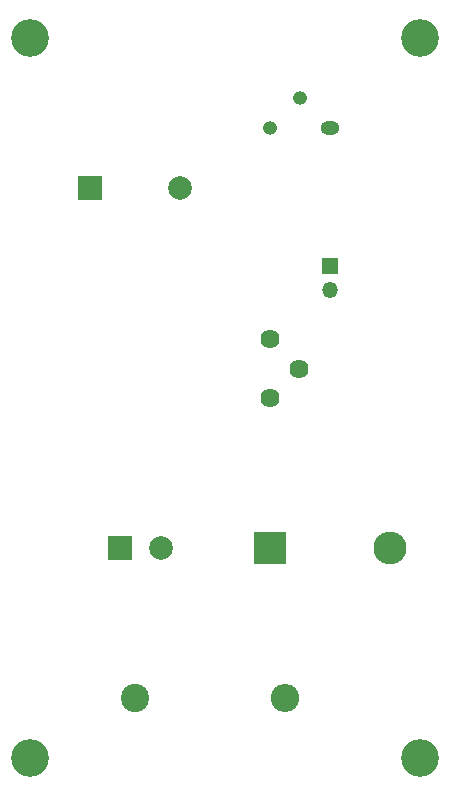
<source format=gbr>
%TF.GenerationSoftware,KiCad,Pcbnew,7.0.7*%
%TF.CreationDate,2024-02-26T23:05:05+05:30*%
%TF.ProjectId,ABC,4142432e-6b69-4636-9164-5f7063625858,v01*%
%TF.SameCoordinates,Original*%
%TF.FileFunction,Soldermask,Bot*%
%TF.FilePolarity,Negative*%
%FSLAX46Y46*%
G04 Gerber Fmt 4.6, Leading zero omitted, Abs format (unit mm)*
G04 Created by KiCad (PCBNEW 7.0.7) date 2024-02-26 23:05:05*
%MOMM*%
%LPD*%
G01*
G04 APERTURE LIST*
%ADD10C,3.200000*%
%ADD11R,1.350000X1.350000*%
%ADD12O,1.350000X1.350000*%
%ADD13C,1.620000*%
%ADD14C,2.400000*%
%ADD15O,2.400000X2.400000*%
%ADD16O,1.200000X1.200000*%
%ADD17O,1.600000X1.200000*%
%ADD18R,2.800000X2.800000*%
%ADD19O,2.800000X2.800000*%
%ADD20R,2.000000X2.000000*%
%ADD21C,2.000000*%
G04 APERTURE END LIST*
D10*
%TO.C,REF\u002A\u002A*%
X101600000Y-149860000D03*
%TD*%
%TO.C,REF\u002A\u002A*%
X134620000Y-149860000D03*
%TD*%
%TO.C,REF\u002A\u002A*%
X101600000Y-88900000D03*
%TD*%
%TO.C,REF\u002A\u002A*%
X134620000Y-88900000D03*
%TD*%
D11*
%TO.C,TH1*%
X127000000Y-108220000D03*
D12*
X127000000Y-110220000D03*
%TD*%
D13*
%TO.C,RV1*%
X121920000Y-114380000D03*
X124420000Y-116880000D03*
X121920000Y-119380000D03*
%TD*%
D14*
%TO.C,R1*%
X110490000Y-144780000D03*
D15*
X123190000Y-144780000D03*
%TD*%
D16*
%TO.C,Q1*%
X121920000Y-96520000D03*
X124460000Y-93980000D03*
D17*
X127000000Y-96520000D03*
%TD*%
D18*
%TO.C,D1*%
X121920000Y-132080000D03*
D19*
X132080000Y-132080000D03*
%TD*%
D20*
%TO.C,C1*%
X109220000Y-132080000D03*
D21*
X112720000Y-132080000D03*
%TD*%
D20*
%TO.C,BZ1*%
X106700000Y-101600000D03*
D21*
X114300000Y-101600000D03*
%TD*%
M02*

</source>
